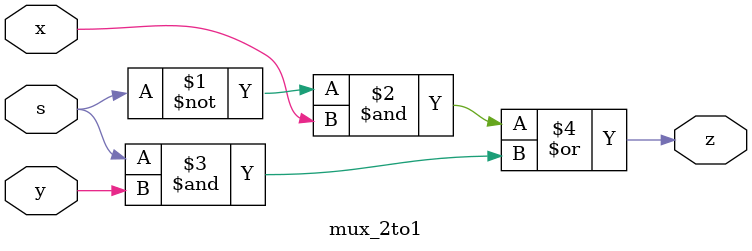
<source format=v>
`timescale 1ns / 1ps


module mux_2to1(
    input x,
    input y,
    input s,
    output z
    );
    assign z=(~s & x) | (s & y);
endmodule

</source>
